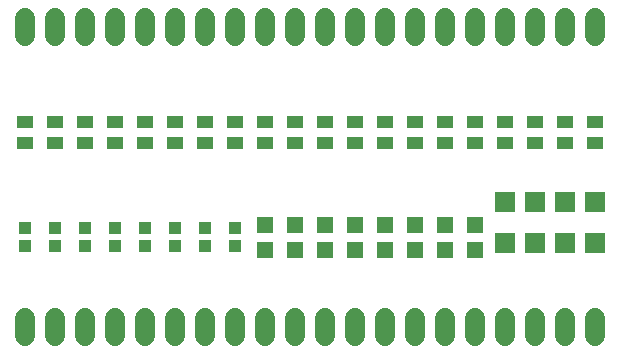
<source format=gts>
G75*
%MOIN*%
%OFA0B0*%
%FSLAX25Y25*%
%IPPOS*%
%LPD*%
%AMOC8*
5,1,8,0,0,1.08239X$1,22.5*
%
%ADD10C,0.06800*%
%ADD11R,0.06706X0.06706*%
%ADD12R,0.03950X0.03950*%
%ADD13R,0.05524X0.05524*%
%ADD14R,0.05524X0.03950*%
D10*
X0011604Y0006300D02*
X0011604Y0012300D01*
X0021604Y0012300D02*
X0021604Y0006300D01*
X0031604Y0006300D02*
X0031604Y0012300D01*
X0041604Y0012300D02*
X0041604Y0006300D01*
X0051604Y0006300D02*
X0051604Y0012300D01*
X0061604Y0012300D02*
X0061604Y0006300D01*
X0071604Y0006300D02*
X0071604Y0012300D01*
X0081604Y0012300D02*
X0081604Y0006300D01*
X0091604Y0006300D02*
X0091604Y0012300D01*
X0101604Y0012300D02*
X0101604Y0006300D01*
X0111604Y0006300D02*
X0111604Y0012300D01*
X0121604Y0012300D02*
X0121604Y0006300D01*
X0131604Y0006300D02*
X0131604Y0012300D01*
X0141604Y0012300D02*
X0141604Y0006300D01*
X0151604Y0006300D02*
X0151604Y0012300D01*
X0161604Y0012300D02*
X0161604Y0006300D01*
X0171604Y0006300D02*
X0171604Y0012300D01*
X0181604Y0012300D02*
X0181604Y0006300D01*
X0191604Y0006300D02*
X0191604Y0012300D01*
X0201604Y0012300D02*
X0201604Y0006300D01*
X0201604Y0106300D02*
X0201604Y0112300D01*
X0191604Y0112300D02*
X0191604Y0106300D01*
X0181604Y0106300D02*
X0181604Y0112300D01*
X0171604Y0112300D02*
X0171604Y0106300D01*
X0161604Y0106300D02*
X0161604Y0112300D01*
X0151604Y0112300D02*
X0151604Y0106300D01*
X0141604Y0106300D02*
X0141604Y0112300D01*
X0131604Y0112300D02*
X0131604Y0106300D01*
X0121604Y0106300D02*
X0121604Y0112300D01*
X0111604Y0112300D02*
X0111604Y0106300D01*
X0101604Y0106300D02*
X0101604Y0112300D01*
X0091604Y0112300D02*
X0091604Y0106300D01*
X0081604Y0106300D02*
X0081604Y0112300D01*
X0071604Y0112300D02*
X0071604Y0106300D01*
X0061604Y0106300D02*
X0061604Y0112300D01*
X0051604Y0112300D02*
X0051604Y0106300D01*
X0041604Y0106300D02*
X0041604Y0112300D01*
X0031604Y0112300D02*
X0031604Y0106300D01*
X0021604Y0106300D02*
X0021604Y0112300D01*
X0011604Y0112300D02*
X0011604Y0106300D01*
D11*
X0171604Y0051190D03*
X0181604Y0051190D03*
X0191604Y0051190D03*
X0201604Y0051190D03*
X0201604Y0037410D03*
X0191604Y0037410D03*
X0181604Y0037410D03*
X0171604Y0037410D03*
D12*
X0081604Y0036347D03*
X0081604Y0042253D03*
X0071604Y0042253D03*
X0071604Y0036347D03*
X0061604Y0036347D03*
X0061604Y0042253D03*
X0051604Y0042253D03*
X0051604Y0036347D03*
X0041604Y0036347D03*
X0041604Y0042253D03*
X0031604Y0042253D03*
X0031604Y0036347D03*
X0021604Y0036347D03*
X0021604Y0042253D03*
X0011604Y0042253D03*
X0011604Y0036347D03*
D13*
X0091604Y0035166D03*
X0091604Y0043434D03*
X0101604Y0043434D03*
X0101604Y0035166D03*
X0111604Y0035166D03*
X0111604Y0043434D03*
X0121604Y0043434D03*
X0121604Y0035166D03*
X0131604Y0035166D03*
X0131604Y0043434D03*
X0141604Y0043434D03*
X0141604Y0035166D03*
X0151604Y0035166D03*
X0151604Y0043434D03*
X0161604Y0043434D03*
X0161604Y0035166D03*
D14*
X0161604Y0070757D03*
X0161604Y0077843D03*
X0151604Y0077843D03*
X0151604Y0070757D03*
X0141604Y0070757D03*
X0141604Y0077843D03*
X0131604Y0077843D03*
X0131604Y0070757D03*
X0121604Y0070757D03*
X0121604Y0077843D03*
X0111604Y0077843D03*
X0111604Y0070757D03*
X0101604Y0070757D03*
X0101604Y0077843D03*
X0091604Y0077843D03*
X0091604Y0070757D03*
X0081604Y0070757D03*
X0081604Y0077843D03*
X0071604Y0077843D03*
X0071604Y0070757D03*
X0061604Y0070757D03*
X0061604Y0077843D03*
X0051604Y0077843D03*
X0051604Y0070757D03*
X0041604Y0070757D03*
X0041604Y0077843D03*
X0031604Y0077843D03*
X0031604Y0070757D03*
X0021604Y0070757D03*
X0021604Y0077843D03*
X0011604Y0077843D03*
X0011604Y0070757D03*
X0171604Y0070757D03*
X0171604Y0077843D03*
X0181604Y0077843D03*
X0181604Y0070757D03*
X0191604Y0070757D03*
X0191604Y0077843D03*
X0201604Y0077843D03*
X0201604Y0070757D03*
M02*

</source>
